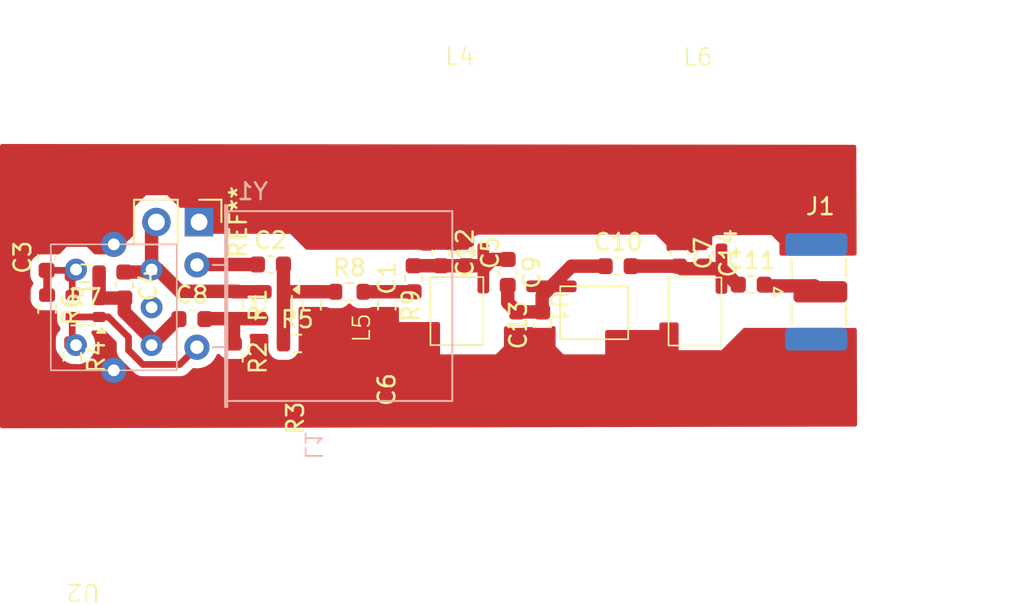
<source format=kicad_pcb>
(kicad_pcb (version 20240108) (generator "pcbnew") (generator_version "8.0")
  (layers (0 "F.Cu" signal) (31 "B.Cu" signal) (34 "B.Paste" user) (35 "F.Paste" user) (36 "B.SilkS" user "B.Silkscreen") (37 "F.SilkS" user "F.Silkscreen") (38 "B.Mask" user) (39 "F.Mask" user) (44 "Edge.Cuts" user))
  (net 0 "")
  (net 1 "Net-(C2-Pad2)")
  (net 2 "Net-(C2-Pad1)")
  (net 3 "GND")
  (net 4 "Net-(U2-B)")
  (net 5 "+BATT")
  (net 6 "Net-(U1-B)")
  (net 7 "Net-(J1-In)")
  (net 8 "Net-(R4-Pad1)")
  (net 10 "Net-(C1-Pad2)")
  (net 11 "Net-(C1-Pad1)")
  (net 12 "Net-(U2-C)")
  (net 13 "Net-(C10-Pad1)")
  (net 14 "Net-(C10-Pad2)")
  (footprint "Capacitor_SMD:C_0603_1608Metric" (layer "F.Cu") (at 157.15 83.75 -90)
    (property "Reference" "C7" (at 0 -1.43 90) (layer "F.SilkS"))
    (property "Value" "17.62pF")
    (fp_line (start -0.14058 0.51) (end 0.14058 0.51) (stroke (width 0.12)) (layer "F.SilkS"))
    (fp_line (start -0.14058 -0.51) (end 0.14058 -0.51) (stroke (width 0.12)) (layer "F.SilkS"))
    (pad "1" smd roundrect (at -0.775 0 270) (size 0.9 0.95) (layers "F.Cu" "F.Paste" "F.Mask") (net 3 "GND"))
    (pad "2" smd roundrect (at 0.775 0 270) (size 0.9 0.95) (layers "F.Cu" "F.Paste" "F.Mask") (net 14 "Net-(C10-Pad2)"))
  )
  (footprint "Custom:SOT343_Transistor" (layer "F.Cu") (at 121.675 87.05 180)
    (property "Reference" "U2" (at 0 -16.9 180) (layer "F.SilkS") (effects (font (thickness 0.1))))
    (property "Value" "~")
    (fp_line (start -0.7 1.16) (end 0.7 1.16) (stroke (width 0.12)) (layer "F.SilkS"))
    (fp_line (start -0.71 -1) (end 0.7 -1) (stroke (width 0.12)) (layer "F.SilkS"))
    (fp_poly (pts (xy -1.08 -1.11) (xy -1.32 -1.44) (xy -0.84 -1.44) (xy -1.08 -1.11)) (stroke (width 0.12)) (fill solid) (layer "F.SilkS"))
    (pad "1" smd roundrect (at -0.95 -0.5 180) (size 0.8 0.6) (layers "F.Cu" "F.Paste" "F.Mask") (net 8 "Net-(R4-Pad1)"))
    (pad "2" smd roundrect (at -0.95 0.65 180) (size 0.8 0.9) (layers "F.Cu" "F.Paste" "F.Mask") (net 12 "Net-(U2-C)"))
    (pad "3" smd roundrect (at 0.65 0.8 180) (size 0.8 0.6) (layers "F.Cu" "F.Paste" "F.Mask") (net 4 "Net-(U2-B)"))
    (pad "4" smd roundrect (at 0.65 -0.5 180) (size 0.8 0.6) (layers "F.Cu" "F.Paste" "F.Mask") (net 8 "Net-(R4-Pad1)"))
  )
  (footprint "Capacitor_SMD:C_0603_1608Metric" (layer "F.Cu") (at 142.975 83.725 -90)
    (property "Reference" "C12" (at 0 -1.43 90) (layer "F.SilkS"))
    (property "Value" "17.67pF")
    (fp_line (start -0.14058 0.51) (end 0.14058 0.51) (stroke (width 0.12)) (layer "F.SilkS"))
    (fp_line (start -0.14058 -0.51) (end 0.14058 -0.51) (stroke (width 0.12)) (layer "F.SilkS"))
    (pad "1" smd roundrect (at -0.775 0 270) (size 0.9 0.95) (layers "F.Cu" "F.Paste" "F.Mask") (net 3 "GND"))
    (pad "2" smd roundrect (at 0.775 0 270) (size 0.9 0.95) (layers "F.Cu" "F.Paste" "F.Mask") (net 10 "Net-(C1-Pad2)"))
  )
  (footprint "Custom:SOT343_Transistor" (layer "F.Cu") (at 133.1 87 -90)
    (property "Reference" "U1" (at 0 -16.9 -90) (layer "F.SilkS") (effects (font (thickness 0.1))))
    (property "Value" "~")
    (fp_line (start -0.7 1.16) (end 0.7 1.16) (stroke (width 0.12)) (layer "F.SilkS"))
    (fp_line (start -0.71 -1) (end 0.7 -1) (stroke (width 0.12)) (layer "F.SilkS"))
    (fp_poly (pts (xy -1.08 -1.11) (xy -1.32 -1.44) (xy -0.84 -1.44) (xy -1.08 -1.11)) (stroke (width 0.12)) (fill solid) (layer "F.SilkS"))
    (pad "1" smd roundrect (at -0.95 -0.5 270) (size 0.8 0.6) (layers "F.Cu" "F.Paste" "F.Mask") (net 1 "Net-(C2-Pad2)"))
    (pad "2" smd roundrect (at -0.95 0.65 270) (size 0.8 0.9) (layers "F.Cu" "F.Paste" "F.Mask") (net 5 "+BATT"))
    (pad "3" smd roundrect (at 0.65 0.8 270) (size 0.8 0.6) (layers "F.Cu" "F.Paste" "F.Mask") (net 6 "Net-(U1-B)"))
    (pad "4" smd roundrect (at 0.65 -0.5 270) (size 0.8 0.6) (layers "F.Cu" "F.Paste" "F.Mask") (net 1 "Net-(C2-Pad2)"))
  )
  (footprint "Connector_PinHeader_2.54mm:PinHeader_1x02_P2.54mm_Vertical" (layer "F.Cu") (at 128.575 81.9 -90)
    (property "Reference" "REF**" (at 0 -2.33 90) (layer "F.SilkS"))
    (property "Value" "PinHeader_1x02_P2.54mm_Vertical")
    (fp_line (start -1.33 3.87) (end 1.33 3.87) (stroke (width 0.12)) (layer "F.SilkS"))
    (fp_line (start -1.33 1.27) (end -1.33 3.87) (stroke (width 0.12)) (layer "F.SilkS"))
    (fp_line (start -1.33 1.27) (end 1.33 1.27) (stroke (width 0.12)) (layer "F.SilkS"))
    (fp_line (start 1.33 1.27) (end 1.33 3.87) (stroke (width 0.12)) (layer "F.SilkS"))
    (fp_line (start -1.33 0) (end -1.33 -1.33) (stroke (width 0.12)) (layer "F.SilkS"))
    (fp_line (start -1.33 -1.33) (end 0 -1.33) (stroke (width 0.12)) (layer "F.SilkS"))
    (pad "1" thru_hole rect (at 0 0 270) (size 1.7 1.7) (drill 1) (layers "*.Cu" "*.Mask") (net 3 "GND"))
    (pad "2" thru_hole oval (at 0 2.54 270) (size 1.7 1.7) (drill 1) (layers "*.Cu" "*.Mask") (net 5 "+BATT"))
  )
  (footprint "Capacitor_SMD:C_0603_1608Metric" (layer "F.Cu") (at 161.45 85.625)
    (property "Reference" "C11" (at 0 -1.43 0) (layer "F.SilkS"))
    (property "Value" "2.9pF")
    (fp_line (start -0.14058 -0.51) (end 0.14058 -0.51) (stroke (width 0.12)) (layer "F.SilkS"))
    (fp_line (start -0.14058 0.51) (end 0.14058 0.51) (stroke (width 0.12)) (layer "F.SilkS"))
    (pad "1" smd roundrect (at -0.775 0) (size 0.9 0.95) (layers "F.Cu" "F.Paste" "F.Mask") (net 14 "Net-(C10-Pad2)"))
    (pad "2" smd roundrect (at 0.775 0) (size 0.9 0.95) (layers "F.Cu" "F.Paste" "F.Mask") (net 7 "Net-(J1-In)"))
  )
  (footprint "Resistor_SMD:R_0603_1608Metric" (layer "F.Cu") (at 121.8 84.95 180)
    (property "Reference" "R7" (at 0 -1.43 0) (layer "F.SilkS"))
    (property "Value" "470k")
    (fp_line (start -0.237258 0.5225) (end 0.237258 0.5225) (stroke (width 0.12)) (layer "F.SilkS"))
    (fp_line (start -0.237258 -0.5225) (end 0.237258 -0.5225) (stroke (width 0.12)) (layer "F.SilkS"))
    (pad "1" smd roundrect (at -0.825 0 180) (size 0.8 0.95) (layers "F.Cu" "F.Paste" "F.Mask") (net 12 "Net-(U2-C)"))
    (pad "2" smd roundrect (at 0.825 0 180) (size 0.8 0.95) (layers "F.Cu" "F.Paste" "F.Mask") (net 4 "Net-(U2-B)"))
  )
  (footprint "Capacitor_SMD:C_0603_1608Metric" (layer "F.Cu") (at 146.95 84.9 -90)
    (property "Reference" "C9" (at 0 -1.43 90) (layer "F.SilkS"))
    (property "Value" "0.5pF")
    (fp_line (start -0.14058 0.51) (end 0.14058 0.51) (stroke (width 0.12)) (layer "F.SilkS"))
    (fp_line (start -0.14058 -0.51) (end 0.14058 -0.51) (stroke (width 0.12)) (layer "F.SilkS"))
    (pad "1" smd roundrect (at -0.775 0 270) (size 0.9 0.95) (layers "F.Cu" "F.Paste" "F.Mask") (net 10 "Net-(C1-Pad2)"))
    (pad "2" smd roundrect (at 0.775 0 270) (size 0.9 0.95) (layers "F.Cu" "F.Paste" "F.Mask") (net 13 "Net-(C10-Pad1)"))
  )
  (footprint "Capacitor_SMD:C_0603_1608Metric" (layer "F.Cu") (at 124.125 85.65 -90)
    (property "Reference" "C4" (at 0 -1.43 90) (layer "F.SilkS"))
    (property "Value" "1nF")
    (fp_line (start -0.14058 0.51) (end 0.14058 0.51) (stroke (width 0.12)) (layer "F.SilkS"))
    (fp_line (start -0.14058 -0.51) (end 0.14058 -0.51) (stroke (width 0.12)) (layer "F.SilkS"))
    (pad "1" smd roundrect (at -0.775 0 270) (size 0.9 0.95) (layers "F.Cu" "F.Paste" "F.Mask") (net 5 "+BATT"))
    (pad "2" smd roundrect (at 0.775 0 270) (size 0.9 0.95) (layers "F.Cu" "F.Paste" "F.Mask") (net 12 "Net-(U2-C)"))
  )
  (footprint "Capacitor_SMD:C_0603_1608Metric" (layer "F.Cu") (at 158.65 83.75 -90)
    (property "Reference" "C14" (at 0 -1.43 90) (layer "F.SilkS"))
    (property "Value" "17.62pF")
    (fp_line (start -0.14058 0.51) (end 0.14058 0.51) (stroke (width 0.12)) (layer "F.SilkS"))
    (fp_line (start -0.14058 -0.51) (end 0.14058 -0.51) (stroke (width 0.12)) (layer "F.SilkS"))
    (pad "1" smd roundrect (at -0.775 0 270) (size 0.9 0.95) (layers "F.Cu" "F.Paste" "F.Mask") (net 3 "GND"))
    (pad "2" smd roundrect (at 0.775 0 270) (size 0.9 0.95) (layers "F.Cu" "F.Paste" "F.Mask") (net 14 "Net-(C10-Pad2)"))
  )
  (footprint "Resistor_SMD:R_0603_1608Metric" (layer "F.Cu") (at 139.75 86.875 -90)
    (property "Reference" "R9" (at 0 -1.43 90) (layer "F.SilkS"))
    (property "Value" "15k")
    (fp_line (start -0.237258 0.5225) (end 0.237258 0.5225) (stroke (width 0.12)) (layer "F.SilkS"))
    (fp_line (start -0.237258 -0.5225) (end 0.237258 -0.5225) (stroke (width 0.12)) (layer "F.SilkS"))
    (pad "1" smd roundrect (at -0.825 0 270) (size 0.8 0.95) (layers "F.Cu" "F.Paste" "F.Mask") (net 11 "Net-(C1-Pad1)"))
    (pad "2" smd roundrect (at 0.825 0 270) (size 0.8 0.95) (layers "F.Cu" "F.Paste" "F.Mask") (net 3 "GND"))
  )
  (footprint "Resistor_SMD:R_0603_1608Metric" (layer "F.Cu") (at 121.025 89.925 -90)
    (property "Reference" "R4" (at 0 -1.43 90) (layer "F.SilkS"))
    (property "Value" "330R")
    (fp_line (start -0.237258 0.5225) (end 0.237258 0.5225) (stroke (width 0.12)) (layer "F.SilkS"))
    (fp_line (start -0.237258 -0.5225) (end 0.237258 -0.5225) (stroke (width 0.12)) (layer "F.SilkS"))
    (pad "1" smd roundrect (at -0.825 0 270) (size 0.8 0.95) (layers "F.Cu" "F.Paste" "F.Mask") (net 8 "Net-(R4-Pad1)"))
    (pad "2" smd roundrect (at 0.825 0 270) (size 0.8 0.95) (layers "F.Cu" "F.Paste" "F.Mask") (net 3 "GND"))
  )
  (footprint "Custom:inductor_small" (layer "F.Cu") (at 151.6 87.325 90)
    (property "Reference" "L5" (at -0.875 -13.35 90) (layer "F.SilkS") (effects (font (thickness 0.1))))
    (property "Value" "L")
    (fp_rect (start -1.55 -1.525) (end 1.6 2.525) (stroke (width 0.1)) (fill none) (layer "F.SilkS"))
    (pad "1" smd roundrect (at -1.55 2.85 180) (size 3 0.7) (layers "F.Cu" "F.Paste" "F.Mask") (net 3 "GND"))
    (pad "2" smd roundrect (at 1.6 -2.05 180) (size 3 0.7) (layers "F.Cu" "F.Paste" "F.Mask") (net 13 "Net-(C10-Pad1)"))
  )
  (footprint "Resistor_SMD:R_0603_1608Metric" (layer "F.Cu") (at 130.65 89.975 -90)
    (property "Reference" "R2" (at 0 -1.43 90) (layer "F.SilkS"))
    (property "Value" "N.C.")
    (fp_line (start -0.237258 0.5225) (end 0.237258 0.5225) (stroke (width 0.12)) (layer "F.SilkS"))
    (fp_line (start -0.237258 -0.5225) (end 0.237258 -0.5225) (stroke (width 0.12)) (layer "F.SilkS"))
    (pad "1" smd roundrect (at -0.825 0 270) (size 0.8 0.95) (layers "F.Cu" "F.Paste" "F.Mask") (net 6 "Net-(U1-B)"))
    (pad "2" smd roundrect (at 0.825 0 270) (size 0.8 0.95) (layers "F.Cu" "F.Paste" "F.Mask") (net 3 "GND"))
  )
  (footprint "Capacitor_SMD:C_0603_1608Metric" (layer "F.Cu") (at 119.5 84 90)
    (property "Reference" "C3" (at 0 -1.43 90) (layer "F.SilkS"))
    (property "Value" "1nF")
    (fp_line (start -0.14058 -0.51) (end 0.14058 -0.51) (stroke (width 0.12)) (layer "F.SilkS"))
    (fp_line (start -0.14058 0.51) (end 0.14058 0.51) (stroke (width 0.12)) (layer "F.SilkS"))
    (pad "1" smd roundrect (at -0.775 0 90) (size 0.9 0.95) (layers "F.Cu" "F.Paste" "F.Mask") (net 4 "Net-(U2-B)"))
    (pad "2" smd roundrect (at 0.775 0 90) (size 0.9 0.95) (layers "F.Cu" "F.Paste" "F.Mask") (net 3 "GND"))
  )
  (footprint "Capacitor_SMD:C_0603_1608Metric" (layer "F.Cu") (at 144.475 83.725 -90)
    (property "Reference" "C5" (at 0 -1.43 90) (layer "F.SilkS"))
    (property "Value" "17.67pF")
    (fp_line (start -0.14058 0.51) (end 0.14058 0.51) (stroke (width 0.12)) (layer "F.SilkS"))
    (fp_line (start -0.14058 -0.51) (end 0.14058 -0.51) (stroke (width 0.12)) (layer "F.SilkS"))
    (pad "1" smd roundrect (at -0.775 0 270) (size 0.9 0.95) (layers "F.Cu" "F.Paste" "F.Mask") (net 3 "GND"))
    (pad "2" smd roundrect (at 0.775 0 270) (size 0.9 0.95) (layers "F.Cu" "F.Paste" "F.Mask") (net 10 "Net-(C1-Pad2)"))
  )
  (footprint "Connector_Coaxial:SMA_Samtec_SMA-J-P-H-ST-EM1_EdgeMount" (layer "F.Cu") (at 165.5625 86.05)
    (property "Reference" "J1" (at 0 -5.08 180) (layer "F.SilkS"))
    (property "Value" "Conn_Coaxial_Small")
    (fp_line (start -2.76 -0.25) (end -2.76 0.25) (stroke (width 0.12)) (layer "F.SilkS"))
    (fp_line (start -2.76 0.25) (end -2.26 0) (stroke (width 0.12)) (layer "F.SilkS"))
    (fp_line (start -2.26 0) (end -2.76 -0.25) (stroke (width 0.12)) (layer "F.SilkS"))
    (fp_line (start -1.71 -0.84) (end -1.71 -1.95) (stroke (width 0.12)) (layer "F.SilkS"))
    (fp_line (start -1.71 1.95) (end -1.71 0.84) (stroke (width 0.12)) (layer "F.SilkS"))
    (fp_line (start 1.54 -0.84) (end 1.54 -1.95) (stroke (width 0.12)) (layer "F.SilkS"))
    (fp_line (start 1.54 1.95) (end 1.54 0.84) (stroke (width 0.12)) (layer "F.SilkS"))
    (pad "1" smd roundrect (at 0 0 90) (size 1.27 3.2) (layers "F.Cu" "F.Mask") (roundrect_rratio 0.1968503937) (net 7 "Net-(J1-In)"))
    (pad "2" smd roundrect (at -0.25 -2.825 90) (size 1.35 3.7) (layers "F.Cu" "F.Mask") (roundrect_rratio 0.1851851852) (net 3 "GND"))
    (pad "2" smd roundrect (at -0.25 -2.825 90) (size 1.35 3.7) (layers "B.Cu" "B.Mask") (roundrect_rratio 0.1851851852) (net 3 "GND"))
    (pad "2" smd roundrect (at -0.25 2.825 90) (size 1.35 3.7) (layers "F.Cu" "F.Mask") (roundrect_rratio 0.1851851852) (net 3 "GND"))
    (pad "2" smd roundrect (at -0.25 2.825 90) (size 1.35 3.7) (layers "B.Cu" "B.Mask") (roundrect_rratio 0.1851851852) (net 3 "GND"))
  )
  (footprint "Resistor_SMD:R_0603_1608Metric" (layer "F.Cu") (at 119.525 87.075 -90)
    (property "Reference" "R6" (at 0 -1.43 90) (layer "F.SilkS"))
    (property "Value" "N.C.")
    (fp_line (start -0.237258 0.5225) (end 0.237258 0.5225) (stroke (width 0.12)) (layer "F.SilkS"))
    (fp_line (start -0.237258 -0.5225) (end 0.237258 -0.5225) (stroke (width 0.12)) (layer "F.SilkS"))
    (pad "1" smd roundrect (at -0.825 0 270) (size 0.8 0.95) (layers "F.Cu" "F.Paste" "F.Mask") (net 4 "Net-(U2-B)"))
    (pad "2" smd roundrect (at 0.825 0 270) (size 0.8 0.95) (layers "F.Cu" "F.Paste" "F.Mask") (net 3 "GND"))
  )
  (footprint "Resistor_SMD:R_0603_1608Metric" (layer "F.Cu") (at 134.425 89.125)
    (property "Reference" "R5" (at 0 -1.43 0) (layer "F.SilkS"))
    (property "Value" "150R")
    (fp_line (start -0.237258 -0.5225) (end 0.237258 -0.5225) (stroke (width 0.12)) (layer "F.SilkS"))
    (fp_line (start -0.237258 0.5225) (end 0.237258 0.5225) (stroke (width 0.12)) (layer "F.SilkS"))
    (pad "1" smd roundrect (at -0.825 0) (size 0.8 0.95) (layers "F.Cu" "F.Paste" "F.Mask") (net 1 "Net-(C2-Pad2)"))
    (pad "2" smd roundrect (at 0.825 0) (size 0.8 0.95) (layers "F.Cu" "F.Paste" "F.Mask") (net 3 "GND"))
  )
  (footprint "Resistor_SMD:R_0603_1608Metric" (layer "F.Cu") (at 130.65 86.85 -90)
    (property "Reference" "R1" (at 0 -1.43 90) (layer "F.SilkS"))
    (property "Value" "51k")
    (fp_line (start -0.237258 0.5225) (end 0.237258 0.5225) (stroke (width 0.12)) (layer "F.SilkS"))
    (fp_line (start -0.237258 -0.5225) (end 0.237258 -0.5225) (stroke (width 0.12)) (layer "F.SilkS"))
    (pad "1" smd roundrect (at -0.825 0 270) (size 0.8 0.95) (layers "F.Cu" "F.Paste" "F.Mask") (net 5 "+BATT"))
    (pad "2" smd roundrect (at 0.825 0 270) (size 0.8 0.95) (layers "F.Cu" "F.Paste" "F.Mask") (net 6 "Net-(U1-B)"))
  )
  (footprint "Custom:inductor_small" (layer "F.Cu") (at 158.075 86.725)
    (property "Reference" "L6" (at 0.2 -14.65 0) (layer "F.SilkS") (effects (font (thickness 0.1))))
    (property "Value" "L")
    (fp_rect (start -1.55 -1.525) (end 1.6 2.525) (stroke (width 0.1)) (fill none) (layer "F.SilkS"))
    (pad "1" smd roundrect (at -1.55 2.85 90) (size 3 0.7) (layers "F.Cu" "F.Paste" "F.Mask") (net 3 "GND"))
    (pad "2" smd roundrect (at 1.6 -2.05 90) (size 3 0.7) (layers "F.Cu" "F.Paste" "F.Mask") (net 14 "Net-(C10-Pad2)"))
  )
  (footprint "Custom:inductor_small" (layer "F.Cu") (at 143.9 86.7)
    (property "Reference" "L4" (at 0.2 -14.65 0) (layer "F.SilkS") (effects (font (thickness 0.1))))
    (property "Value" "L")
    (fp_rect (start -1.55 -1.525) (end 1.6 2.525) (stroke (width 0.1)) (fill none) (layer "F.SilkS"))
    (pad "1" smd roundrect (at -1.55 2.85 90) (size 3 0.7) (layers "F.Cu" "F.Paste" "F.Mask") (net 3 "GND"))
    (pad "2" smd roundrect (at 1.6 -2.05 90) (size 3 0.7) (layers "F.Cu" "F.Paste" "F.Mask") (net 10 "Net-(C1-Pad2)"))
  )
  (footprint "Capacitor_SMD:C_0603_1608Metric" (layer "F.Cu") (at 153.525 84.525)
    (property "Reference" "C10" (at 0 -1.43 0) (layer "F.SilkS"))
    (property "Value" "0.5pF")
    (fp_line (start -0.14058 -0.51) (end 0.14058 -0.51) (stroke (width 0.12)) (layer "F.SilkS"))
    (fp_line (start -0.14058 0.51) (end 0.14058 0.51) (stroke (width 0.12)) (layer "F.SilkS"))
    (pad "1" smd roundrect (at -0.775 0) (size 0.9 0.95) (layers "F.Cu" "F.Paste" "F.Mask") (net 13 "Net-(C10-Pad1)"))
    (pad "2" smd roundrect (at 0.775 0) (size 0.9 0.95) (layers "F.Cu" "F.Paste" "F.Mask") (net 14 "Net-(C10-Pad2)"))
  )
  (footprint "Capacitor_SMD:C_0603_1608Metric" (layer "F.Cu") (at 149 88.025 90)
    (property "Reference" "C13" (at 0 -1.425 90) (layer "F.SilkS"))
    (property "Value" "20.12pF")
    (fp_line (start -0.14058 -0.51) (end 0.14058 -0.51) (stroke (width 0.12)) (layer "F.SilkS"))
    (fp_line (start -0.14058 0.51) (end 0.14058 0.51) (stroke (width 0.12)) (layer "F.SilkS"))
    (pad "1" smd roundrect (at -0.775 0 90) (size 0.9 0.95) (layers "F.Cu" "F.Paste" "F.Mask") (net 3 "GND"))
    (pad "2" smd roundrect (at 0.775 0 90) (size 0.9 0.95) (layers "F.Cu" "F.Paste" "F.Mask") (net 13 "Net-(C10-Pad1)"))
  )
  (footprint "Capacitor_SMD:C_0603_1608Metric" (layer "F.Cu") (at 141.35 85.275 90)
    (property "Reference" "C1" (at 0.025 -1.58 90) (layer "F.SilkS"))
    (property "Value" "2.9pF")
    (fp_line (start -0.14058 -0.51) (end 0.14058 -0.51) (stroke (width 0.12)) (layer "F.SilkS"))
    (fp_line (start -0.14058 0.51) (end 0.14058 0.51) (stroke (width 0.12)) (layer "F.SilkS"))
    (pad "1" smd roundrect (at -0.775 0 90) (size 0.9 0.95) (layers "F.Cu" "F.Paste" "F.Mask") (net 11 "Net-(C1-Pad1)"))
    (pad "2" smd roundrect (at 0.775 0 90) (size 0.9 0.95) (layers "F.Cu" "F.Paste" "F.Mask") (net 10 "Net-(C1-Pad2)"))
  )
  (footprint "Capacitor_SMD:C_0603_1608Metric" (layer "F.Cu") (at 147.505 88.025 90)
    (property "Reference" "C6" (at -3.85 -7.755 90) (layer "F.SilkS"))
    (property "Value" "20.12pF")
    (fp_line (start -0.14058 -0.51) (end 0.14058 -0.51) (stroke (width 0.12)) (layer "F.SilkS"))
    (fp_line (start -0.14058 0.51) (end 0.14058 0.51) (stroke (width 0.12)) (layer "F.SilkS"))
    (pad "1" smd roundrect (at -0.775 0 90) (size 0.9 0.95) (layers "F.Cu" "F.Paste" "F.Mask") (net 3 "GND"))
    (pad "2" smd roundrect (at 0.775 0 90) (size 0.9 0.95) (layers "F.Cu" "F.Paste" "F.Mask") (net 13 "Net-(C10-Pad1)"))
  )
  (footprint "Resistor_SMD:R_0603_1608Metric" (layer "F.Cu") (at 137.525 86.05)
    (property "Reference" "R8" (at 0 -1.43 0) (layer "F.SilkS"))
    (property "Value" "15k")
    (fp_line (start -0.237258 -0.5225) (end 0.237258 -0.5225) (stroke (width 0.12)) (layer "F.SilkS"))
    (fp_line (start -0.237258 0.5225) (end 0.237258 0.5225) (stroke (width 0.12)) (layer "F.SilkS"))
    (pad "1" smd roundrect (at -0.825 0) (size 0.8 0.95) (layers "F.Cu" "F.Paste" "F.Mask") (net 1 "Net-(C2-Pad2)"))
    (pad "2" smd roundrect (at 0.825 0) (size 0.8 0.95) (layers "F.Cu" "F.Paste" "F.Mask") (net 11 "Net-(C1-Pad1)"))
  )
  (footprint "Capacitor_SMD:C_0603_1608Metric" (layer "F.Cu") (at 128.15 87.675)
    (property "Reference" "C8" (at 0 -1.43 0) (layer "F.SilkS"))
    (property "Value" "1nF")
    (fp_line (start -0.14058 -0.51) (end 0.14058 -0.51) (stroke (width 0.12)) (layer "F.SilkS"))
    (fp_line (start -0.14058 0.51) (end 0.14058 0.51) (stroke (width 0.12)) (layer "F.SilkS"))
    (pad "1" smd roundrect (at -0.775 0) (size 0.9 0.95) (layers "F.Cu" "F.Paste" "F.Mask") (net 12 "Net-(U2-C)"))
    (pad "2" smd roundrect (at 0.775 0) (size 0.9 0.95) (layers "F.Cu" "F.Paste" "F.Mask") (net 6 "Net-(U1-B)"))
  )
  (footprint "Resistor_SMD:R_0603_1608Metric" (layer "F.Cu") (at 135.3 86.875 -90)
    (property "Reference" "R3" (at 6.7 0.995 90) (layer "F.SilkS"))
    (property "Value" "15k")
    (fp_line (start -0.237258 0.5225) (end 0.237258 0.5225) (stroke (width 0.12)) (layer "F.SilkS"))
    (fp_line (start -0.237258 -0.5225) (end 0.237258 -0.5225) (stroke (width 0.12)) (layer "F.SilkS"))
    (pad "1" smd roundrect (at -0.825 0 270) (size 0.8 0.95) (layers "F.Cu" "F.Paste" "F.Mask") (net 1 "Net-(C2-Pad2)"))
    (pad "2" smd roundrect (at 0.825 0 270) (size 0.8 0.95) (layers "F.Cu" "F.Paste" "F.Mask") (net 3 "GND"))
  )
  (footprint "Capacitor_SMD:C_0603_1608Metric" (layer "F.Cu") (at 132.825 84.425)
    (property "Reference" "C2" (at 0 -1.43 0) (layer "F.SilkS"))
    (property "Value" "15pF")
    (fp_line (start -0.14058 -0.51) (end 0.14058 -0.51) (stroke (width 0.12)) (layer "F.SilkS"))
    (fp_line (start -0.14058 0.51) (end 0.14058 0.51) (stroke (width 0.12)) (layer "F.SilkS"))
    (pad "1" smd roundrect (at -0.775 0) (size 0.9 0.95) (layers "F.Cu" "F.Paste" "F.Mask") (net 2 "Net-(C2-Pad1)"))
    (pad "2" smd roundrect (at 0.775 0) (size 0.9 0.95) (layers "F.Cu" "F.Paste" "F.Mask") (net 1 "Net-(C2-Pad2)"))
  )
  (footprint "Custom:Inductor_IF" (layer "B.Cu") (at 123.35 86.825 90)
    (property "Reference" "L1" (at -8.35 12.025 -90) (layer "B.SilkS") (effects (font (thickness 0.1)) (justify mirror)))
    (property "Value" "~")
    (fp_rect (start 3.6 -3.6) (end -3.9 3.9) (stroke (width 0.1)) (fill none) (layer "B.SilkS"))
    (pad "1" thru_hole circle (at 2.1 2.4) (size 1.3 1.3) (drill 0.7) (layers "*.Cu" "*.Mask") (net 5 "+BATT"))
    (pad "2" thru_hole circle (at -0.15 2.4) (size 1.3 1.3) (drill 0.7) (layers "*.Cu" "*.Mask"))
    (pad "3" thru_hole circle (at -2.4 2.4) (size 1.3 1.3) (drill 0.7) (layers "*.Cu" "*.Mask") (net 12 "Net-(U2-C)"))
    (pad "4" thru_hole circle (at -2.4 -2.1) (size 1.3 1.3) (drill 0.7) (layers "*.Cu" "*.Mask") (net 8 "Net-(R4-Pad1)"))
    (pad "5" thru_hole circle (at 2.1 -2.1 180) (size 1.3 1.3) (drill 0.7) (layers "*.Cu" "*.Mask") (net 4 "Net-(U2-B)"))
    (pad "6" thru_hole circle (at -3.9 0.15 180) (size 1.5 1.5) (drill 0.7) (layers "*.Cu" "*.Mask") (net 3 "GND"))
    (pad "6" thru_hole circle (at 3.6 0.15 180) (size 1.5 1.5) (drill 0.7) (layers "*.Cu" "*.Mask") (net 3 "GND"))
  )
  (footprint "Crystal:Crystal_HC49-U_Horizontal" (layer "B.Cu") (at 128.45 84.45 -90)
    (property "Reference" "Y1" (at -4.375 -3.3125 0) (layer "B.SilkS") (effects (justify mirror)))
    (property "Value" "Crystal")
    (fp_line (start 0 -0.95) (end 0 -0.95) (stroke (width 0.12)) (layer "B.SilkS"))
    (fp_line (start 0 -0.95) (end 0 -1.8) (stroke (width 0.12)) (layer "B.SilkS"))
    (fp_line (start 4.9 -0.95) (end 4.9 -0.95) (stroke (width 0.12)) (layer "B.SilkS"))
    (fp_line (start 4.9 -0.95) (end 4.9 -1.8) (stroke (width 0.12)) (layer "B.SilkS"))
    (fp_line (start -3.55 -1.68) (end -3.55 -1.8) (stroke (width 0.12)) (layer "B.SilkS"))
    (fp_line (start 8.45 -1.68) (end -3.55 -1.68) (stroke (width 0.12)) (layer "B.SilkS"))
    (fp_line (start -3.55 -1.8) (end 8.45 -1.8) (stroke (width 0.12)) (layer "B.SilkS"))
    (fp_line (start -3.2 -1.8) (end 8.1 -1.8) (stroke (width 0.12)) (layer "B.SilkS"))
    (fp_line (start 8.1 -1.8) (end 8.1 -15.2) (stroke (width 0.12)) (layer "B.SilkS"))
    (fp_line (start 8.45 -1.8) (end 8.45 -1.68) (stroke (width 0.12)) (layer "B.SilkS"))
    (fp_line (start -3.2 -15.2) (end -3.2 -1.8) (stroke (width 0.12)) (layer "B.SilkS"))
    (fp_line (start 8.1 -15.2) (end -3.2 -15.2) (stroke (width 0.12)) (layer "B.SilkS"))
    (pad "1" thru_hole circle (at 0 0 270) (size 1.5 1.5) (drill 0.8) (layers "*.Cu" "*.Mask") (net 2 "Net-(C2-Pad1)"))
    (pad "2" thru_hole circle (at 4.9 0 270) (size 1.5 1.5) (drill 0.8) (layers "*.Cu" "*.Mask") (net 8 "Net-(R4-Pad1)"))
  )
  (segment (start 136.7 86.05) (end 133.6 86.05) (width 0.8) (layer "F.Cu") (net 1))
  (segment (start 133.6 84.425) (end 133.6 89.125) (width 0.8) (layer "F.Cu") (net 1))
  (segment (start 132.05 84.425) (end 128.475 84.425) (width 0.8) (layer "F.Cu") (net 2))
  (segment (start 128.475 84.425) (end 128.45 84.45) (width 0.8) (layer "F.Cu") (net 2))
  (segment (start 121.025 85) (end 120.975 84.95) (width 0.4) (layer "F.Cu") (net 4))
  (segment (start 121.025 86.25) (end 121.025 85) (width 0.4) (layer "F.Cu") (net 4))
  (segment (start 120.8 84.775) (end 120.975 84.95) (width 0.4) (layer "F.Cu") (net 4))
  (segment (start 119.5 84.775) (end 119.5 86.225) (width 0.4) (layer "F.Cu") (net 4))
  (segment (start 119.5 86.225) (end 119.525 86.25) (width 0.4) (layer "F.Cu") (net 4))
  (segment (start 119.5 84.775) (end 120.8 84.775) (width 0.4) (layer "F.Cu") (net 4))
  (segment (start 132.45 86.05) (end 130.675 86.05) (width 0.8) (layer "F.Cu") (net 5))
  (segment (start 125.6 84.875) (end 125.75 84.725) (width 0.8) (layer "F.Cu") (net 5))
  (segment (start 130.65 86.025) (end 127.425 86.025) (width 0.8) (layer "F.Cu") (net 5))
  (segment (start 126.125 84.725) (end 125.75 84.725) (width 0.8) (layer "F.Cu") (net 5))
  (segment (start 125.75 84.725) (end 125.75 82.185) (width 0.8) (layer "F.Cu") (net 5))
  (segment (start 127.425 86.025) (end 126.125 84.725) (width 0.8) (layer "F.Cu") (net 5))
  (segment (start 130.675 86.05) (end 130.65 86.025) (width 0.8) (layer "F.Cu") (net 5))
  (segment (start 125.75 82.185) (end 126.035 81.9) (width 0.8) (layer "F.Cu") (net 5))
  (segment (start 124.125 84.875) (end 125.6 84.875) (width 0.8) (layer "F.Cu") (net 5))
  (segment (start 130.625 87.7) (end 130.65 87.675) (width 0.8) (layer "F.Cu") (net 6))
  (segment (start 132.3 87.65) (end 128.95 87.65) (width 0.8) (layer "F.Cu") (net 6))
  (segment (start 128.95 87.65) (end 128.925 87.675) (width 0.8) (layer "F.Cu") (net 6))
  (segment (start 130.625 89.15) (end 130.625 87.7) (width 0.8) (layer "F.Cu") (net 6))
  (segment (start 162.3 85.7) (end 165.2125 85.7) (width 0.8) (layer "F.Cu") (net 7))
  (segment (start 162.225 85.625) (end 162.3 85.7) (width 0.8) (layer "F.Cu") (net 7))
  (segment (start 165.2125 85.7) (end 165.5625 86.05) (width 0.8) (layer "F.Cu") (net 7))
  (segment (start 124.375 88.75) (end 124.375 89.525) (width 0.4) (layer "F.Cu") (net 8))
  (segment (start 121.025 87.55) (end 122.625 87.55) (width 0.4) (layer "F.Cu") (net 8))
  (segment (start 127.425 90.375) (end 128.45 89.35) (width 0.4) (layer "F.Cu") (net 8))
  (segment (start 125.225 90.375) (end 127.425 90.375) (width 0.4) (layer "F.Cu") (net 8))
  (segment (start 123.175 87.55) (end 124.375 88.75) (width 0.4) (layer "F.Cu") (net 8))
  (segment (start 124.375 89.525) (end 125.225 90.375) (width 0.4) (layer "F.Cu") (net 8))
  (segment (start 121.025 87.55) (end 121.025 89.05) (width 0.4) (layer "F.Cu") (net 8))
  (segment (start 122.625 87.55) (end 123.175 87.55) (width 0.4) (layer "F.Cu") (net 8))
  (segment (start 145.35 84.5) (end 145.5 84.65) (width 0.8) (layer "F.Cu") (net 10))
  (segment (start 146.95 84.125) (end 146.025 84.125) (width 0.8) (layer "F.Cu") (net 10))
  (segment (start 146.025 84.125) (end 145.5 84.65) (width 0.8) (layer "F.Cu") (net 10))
  (segment (start 141.35 84.5) (end 145.35 84.5) (width 0.8) (layer "F.Cu") (net 10))
  (segment (start 141.35 86.05) (end 138.35 86.05) (width 0.8) (layer "F.Cu") (net 11))
  (segment (start 127.375 87.675) (end 127.3 87.675) (width 0.8) (layer "F.Cu") (net 12))
  (segment (start 122.65 86.425) (end 122.625 86.4) (width 0.8) (layer "F.Cu") (net 12))
  (segment (start 122.625 84.95) (end 122.625 86.4) (width 0.8) (layer "F.Cu") (net 12))
  (segment (start 124.125 86.425) (end 124.125 87.25) (width 0.8) (layer "F.Cu") (net 12))
  (segment (start 124.125 87.25) (end 125.75 88.875) (width 0.8) (layer "F.Cu") (net 12))
  (segment (start 127.3 87.675) (end 125.75 89.225) (width 0.8) (layer "F.Cu") (net 12))
  (segment (start 125.75 88.875) (end 125.75 89.225) (width 0.8) (layer "F.Cu") (net 12))
  (segment (start 124.125 86.425) (end 122.65 86.425) (width 0.8) (layer "F.Cu") (net 12))
  (segment (start 149 87.25) (end 147.505 87.25) (width 0.8) (layer "F.Cu") (net 13))
  (segment (start 149 87.25) (end 149 86.275) (width 0.8) (layer "F.Cu") (net 13))
  (segment (start 152.75 84.525) (end 150.75 84.525) (width 0.8) (layer "F.Cu") (net 13))
  (segment (start 150.75 84.525) (end 149.55 85.725) (width 0.8) (layer "F.Cu") (net 13))
  (segment (start 149 86.275) (end 149.55 85.725) (width 0.8) (layer "F.Cu") (net 13))
  (segment (start 146.95 86.695) (end 147.505 87.25) (width 0.8) (layer "F.Cu") (net 13))
  (segment (start 146.95 85.675) (end 146.95 86.695) (width 0.8) (layer "F.Cu") (net 13))
  (segment (start 160.625 85.625) (end 159.675 84.675) (width 0.8) (layer "F.Cu") (net 14))
  (segment (start 154.3 84.525) (end 157.15 84.525) (width 0.8) (layer "F.Cu") (net 14))
  (segment (start 157.3 84.675) (end 157.15 84.525) (width 0.8) (layer "F.Cu") (net 14))
  (segment (start 160.675 85.625) (end 160.625 85.625) (width 0.8) (layer "F.Cu") (net 14))
  (segment (start 159.675 84.675) (end 157.3 84.675) (width 0.8) (layer "F.Cu") (net 14))
  (zone (net 0) (net_name "") (layer "F.Cu") (connect_pads yes (clearance 0)) (min_thickness 0.25)
    (keepout (tracks allowed) (vias allowed) (pads allowed) (copperpour not_allowed) (footprints allowed))
    (fill (thermal_gap 0.5) (thermal_bridge_width 0.5))
    (polygon (pts (xy 141.125 83.55) (xy 134.95 83.55) (xy 134 82.6) (xy 129.425 82.6) (xy 127.725 81.05) (xy 127.425 81.05) (xy 126.675 80.3) (xy 125.425 80.3) (xy 124.675 81.05) (xy 124.675 82.7) (xy 124.225 83.125) (xy 123.6 83.825) (xy 122.35 83.825) (xy 121.9 83.375) (xy 120.7 83.375) (xy 120.25 83.825) (xy 119.4 83.825) (xy 119.725 86) (xy 127.8 85.45) (xy 140.9 85.625) (xy 141.7 83.975)))
  )
  (zone (net 0) (net_name "") (layer "F.Cu") (connect_pads yes (clearance 0)) (min_thickness 0.25)
    (keepout (tracks allowed) (vias allowed) (pads allowed) (copperpour not_allowed) (footprints allowed))
    (fill (thermal_gap 0.5) (thermal_bridge_width 0.5))
    (polygon (pts (xy 167.925 88.2) (xy 161 88.2) (xy 159.675 89.525) (xy 157.125 89.525) (xy 157.125 87.875) (xy 155.975 87.875) (xy 155.975 88.325) (xy 152.75 88.325) (xy 152.75 89.775) (xy 150.275 89.775) (xy 149.8 89.3) (xy 149.8 87.725) (xy 146.725 87.75) (xy 146.725 89.3) (xy 146.25 89.775) (xy 142.925 89.775) (xy 142.925 87.85) (xy 140.475 87.85) (xy 140.475 86.75) (xy 142.425 84.125) (xy 144.9 83.825) (xy 145.625 82.65) (xy 155.775 82.65) (xy 156.4 83.275) (xy 156.4 83.7) (xy 159 83.775) (xy 159.9 82.675) (xy 162.65 82.675) (xy 163.125 83.15) (xy 163.125 83.9) (xy 167.825 83.9)))
  )
  (zone (net 3) (net_name "GND") (layer "F.Cu") (connect_pads yes (clearance 0.5)) (min_thickness 0.25) (fill yes (thermal_gap 0.5) (thermal_bridge_width 0.5))
    (polygon (pts (xy 116.725 78.6) (xy 116.725 94.175) (xy 167.75 94.075) (xy 167.7 77.3) (xy 116.725 77.25)))
  )
)
</source>
